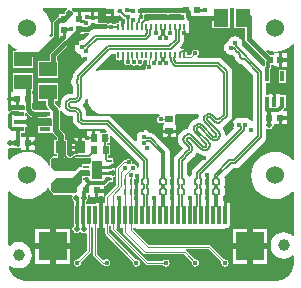
<source format=gtl>
G04*
G04 #@! TF.GenerationSoftware,Altium Limited,Altium Designer,20.0.13 (296)*
G04*
G04 Layer_Physical_Order=1*
G04 Layer_Color=255*
%FSLAX44Y44*%
%MOMM*%
G71*
G01*
G75*
%ADD13C,0.2000*%
%ADD15R,0.5000X0.2800*%
%ADD16R,0.9000X1.6000*%
%ADD18R,0.5500X0.6500*%
%ADD19R,0.6500X0.5500*%
%ADD20R,2.0000X0.8000*%
%ADD21R,0.2200X0.5000*%
%ADD22R,2.4000X2.4000*%
%ADD23R,0.3000X1.6000*%
%ADD24R,2.4000X2.4000*%
%ADD25R,1.3000X1.5000*%
%ADD26R,1.5000X1.3000*%
G04:AMPARAMS|DCode=27|XSize=0.2mm|YSize=0.565mm|CornerRadius=0.05mm|HoleSize=0mm|Usage=FLASHONLY|Rotation=180.000|XOffset=0mm|YOffset=0mm|HoleType=Round|Shape=RoundedRectangle|*
%AMROUNDEDRECTD27*
21,1,0.2000,0.4650,0,0,180.0*
21,1,0.1000,0.5650,0,0,180.0*
1,1,0.1000,-0.0500,0.2325*
1,1,0.1000,0.0500,0.2325*
1,1,0.1000,0.0500,-0.2325*
1,1,0.1000,-0.0500,-0.2325*
%
%ADD27ROUNDEDRECTD27*%
G04:AMPARAMS|DCode=28|XSize=0.4mm|YSize=0.565mm|CornerRadius=0.05mm|HoleSize=0mm|Usage=FLASHONLY|Rotation=180.000|XOffset=0mm|YOffset=0mm|HoleType=Round|Shape=RoundedRectangle|*
%AMROUNDEDRECTD28*
21,1,0.4000,0.4650,0,0,180.0*
21,1,0.3000,0.5650,0,0,180.0*
1,1,0.1000,-0.1500,0.2325*
1,1,0.1000,0.1500,0.2325*
1,1,0.1000,0.1500,-0.2325*
1,1,0.1000,-0.1500,-0.2325*
%
%ADD28ROUNDEDRECTD28*%
%ADD29R,0.6200X0.6200*%
%ADD30R,0.9000X1.0000*%
%ADD31R,0.4600X0.4200*%
%ADD32R,0.6200X0.6200*%
%ADD33R,0.4200X0.4600*%
%ADD57C,0.1270*%
%ADD58R,0.4000X0.9000*%
%ADD59R,0.9000X0.4000*%
%ADD60C,1.0000*%
%ADD61C,0.5000*%
%ADD62C,0.1016*%
%ADD63C,0.3810*%
%ADD64C,0.1020*%
%ADD65C,0.2540*%
%ADD66C,0.1040*%
%ADD67C,0.1500*%
%ADD68C,0.3000*%
%ADD69C,1.5240*%
%ADD70C,0.4100*%
%ADD71C,0.4000*%
%ADD72C,0.5080*%
%ADD73C,0.4064*%
G36*
X25650Y109650D02*
X27983D01*
Y108775D01*
X28208Y107641D01*
X28450Y107280D01*
X27771Y106010D01*
X-5245D01*
X-6014Y107280D01*
X-5865Y108029D01*
X-6053Y108971D01*
X-5775Y110241D01*
X-4732Y110788D01*
X12257D01*
X12685Y110502D01*
X13875Y110265D01*
X15065Y110502D01*
X15493Y110788D01*
X25650D01*
Y109650D01*
D02*
G37*
G36*
X-37940Y115426D02*
Y114645D01*
X-33100D01*
Y113375D01*
X-31830D01*
Y108735D01*
X-28260D01*
Y109344D01*
X-27172Y110202D01*
X-26710D01*
X-23725Y107216D01*
X-23725Y107216D01*
X-23063Y106774D01*
X-22436Y106649D01*
X-22023Y105730D01*
X-22022Y105727D01*
X-22429Y104943D01*
X-22616Y104740D01*
X-22730D01*
Y99700D01*
X-25270D01*
Y104740D01*
X-27640D01*
Y103200D01*
X-30100D01*
Y102137D01*
X-32009D01*
X-32051Y102199D01*
X-33060Y102873D01*
X-34250Y103110D01*
X-35440Y102873D01*
X-36449Y102199D01*
X-36845Y102590D01*
X-36845Y102590D01*
X-37806Y103232D01*
X-38939Y103458D01*
X-44961D01*
Y106392D01*
X-49601D01*
Y107662D01*
X-50871D01*
Y112502D01*
X-54241D01*
Y112463D01*
X-55460Y112340D01*
Y112340D01*
X-59830D01*
Y106700D01*
X-62370D01*
Y112340D01*
X-65825D01*
X-65888Y112659D01*
X-66670Y113830D01*
X-67158Y114156D01*
X-66773Y115426D01*
X-37940D01*
D02*
G37*
G36*
X70315Y115426D02*
Y99238D01*
X79448D01*
Y89869D01*
X79674Y88735D01*
X80316Y87774D01*
X96275Y71815D01*
Y70550D01*
X96226Y70304D01*
Y67127D01*
X95145Y66412D01*
X94886Y66412D01*
X76829Y84469D01*
X77094Y85803D01*
X76640Y88090D01*
X75344Y90028D01*
X73406Y91323D01*
X71120Y91778D01*
X68833Y91323D01*
X66895Y90028D01*
X65600Y88090D01*
X65530Y87742D01*
X65182Y87673D01*
X63244Y86377D01*
X61949Y84439D01*
X61494Y82153D01*
X61949Y79866D01*
X63244Y77928D01*
X65182Y76633D01*
X67469Y76178D01*
X68803Y76443D01*
X69596Y75650D01*
X70981Y74265D01*
X71258Y72877D01*
X72268Y71365D01*
X72268Y71365D01*
X73167Y70468D01*
X73881Y69752D01*
X73881Y69752D01*
X75393Y68742D01*
X76781Y68466D01*
X86227Y59019D01*
Y20313D01*
X84957Y19928D01*
X84007Y21350D01*
X82069Y22645D01*
X79782Y23100D01*
X77496Y22645D01*
X77232Y22469D01*
X76968Y22645D01*
X74682Y23100D01*
X72396Y22645D01*
X70457Y21350D01*
X69162Y19411D01*
X68707Y17125D01*
X69162Y14839D01*
X69813Y13865D01*
X63774Y7826D01*
X62606Y8454D01*
X62350Y10404D01*
X61480Y12505D01*
X61071Y13038D01*
X60526Y13852D01*
X60467Y14398D01*
X60614Y15139D01*
X60842Y15375D01*
X61671Y16012D01*
X62516Y16653D01*
X62629Y16724D01*
X62641Y16728D01*
X62645Y16734D01*
X62645Y16753D01*
X67176Y21284D01*
X68159Y22754D01*
X68504Y24489D01*
X68504Y24489D01*
Y26446D01*
Y62153D01*
X68504Y62153D01*
X68159Y63888D01*
X67176Y65358D01*
X67176Y65358D01*
X60013Y72521D01*
X58543Y73504D01*
X56808Y73849D01*
X39264D01*
X38879Y75119D01*
X39564Y75576D01*
X40238Y76585D01*
X40474Y77775D01*
X40238Y78965D01*
X39564Y79974D01*
X38555Y80648D01*
X37365Y80885D01*
X36175Y80648D01*
X35166Y79974D01*
X34492Y78965D01*
X34255Y77775D01*
X34387Y77109D01*
X33159Y75881D01*
X30100D01*
Y79200D01*
X27640D01*
Y80740D01*
X24910D01*
Y82010D01*
X24910D01*
X24520Y82952D01*
X26348Y84780D01*
X27330Y86250D01*
X27675Y87984D01*
Y93390D01*
X28910D01*
Y94660D01*
X31640D01*
Y103549D01*
X31974Y104750D01*
X32895Y104776D01*
X51315D01*
Y99238D01*
X66315D01*
Y115426D01*
X70315D01*
D02*
G37*
G36*
X-71672Y115426D02*
X-71287Y114156D01*
X-71775Y113830D01*
X-72557Y112659D01*
X-72738Y111751D01*
X-73789Y110700D01*
X-77800D01*
Y108367D01*
X-77840D01*
X-78973Y108141D01*
X-79934Y107499D01*
X-82537Y104897D01*
X-83179Y103936D01*
X-83404Y102802D01*
Y92884D01*
X-85086Y91203D01*
X-86209Y91876D01*
X-85240Y95070D01*
X-84853Y99000D01*
X-85240Y102930D01*
X-86387Y106710D01*
X-88248Y110193D01*
X-90754Y113246D01*
X-91953Y114230D01*
X-91525Y115426D01*
X-71672Y115426D01*
D02*
G37*
G36*
X-72430Y91337D02*
X-72202Y90787D01*
X-85213Y77776D01*
X-85855Y76815D01*
X-86081Y75681D01*
Y71300D01*
X-96200D01*
Y56300D01*
X-79200D01*
Y71300D01*
X-80157D01*
Y74454D01*
X-61011Y93600D01*
X-57000D01*
Y94788D01*
X-53173D01*
X-52828Y94857D01*
X-52202Y93686D01*
X-57436Y88453D01*
X-58736Y88711D01*
X-61023Y88256D01*
X-62961Y86961D01*
X-64256Y85023D01*
X-64711Y82736D01*
X-64256Y80450D01*
X-62961Y78512D01*
X-61023Y77216D01*
X-60712Y77155D01*
X-60649Y76840D01*
X-59354Y74902D01*
X-57416Y73607D01*
X-55129Y73152D01*
X-54857Y73206D01*
X-54231Y72036D01*
X-64101Y62166D01*
X-64101Y62166D01*
X-64739Y61528D01*
X-65215Y60816D01*
X-65699Y60111D01*
X-65732Y60060D01*
X-65774Y59998D01*
X-65995Y58886D01*
X-66218Y57768D01*
X-66218D01*
X-66760Y56722D01*
X-67245Y55996D01*
X-67639Y54014D01*
X-67639D01*
Y52747D01*
X-67639D01*
X-67245Y50766D01*
X-66193Y49191D01*
Y43071D01*
X-67630D01*
X-67736Y43050D01*
X-70049Y42746D01*
X-72303Y41812D01*
X-74239Y40327D01*
X-75724Y38391D01*
X-76658Y36137D01*
X-76976Y33718D01*
X-76752Y32017D01*
X-77867Y31541D01*
X-77970Y31539D01*
X-81638Y35207D01*
Y37300D01*
X-79200D01*
Y52300D01*
X-96200D01*
Y37300D01*
X-88775D01*
Y33729D01*
X-88504Y32363D01*
X-87730Y31206D01*
X-86798Y30273D01*
X-87284Y29100D01*
X-95800D01*
Y29062D01*
X-99074D01*
X-101238Y31226D01*
Y35000D01*
X-100100D01*
Y43200D01*
X-101238D01*
Y45800D01*
X-99800D01*
Y60800D01*
X-116800D01*
Y45800D01*
X-117307Y44740D01*
X-118840D01*
Y40370D01*
X-113200D01*
Y39100D01*
X-111930D01*
Y33460D01*
X-107560D01*
X-107162Y32355D01*
Y29999D01*
X-107900Y29100D01*
X-112554D01*
X-112800Y29149D01*
X-117543D01*
X-117789Y29100D01*
X-117800D01*
Y29098D01*
X-118518Y28955D01*
X-119345Y28402D01*
X-119845Y27902D01*
X-121115Y28428D01*
X-121115Y85147D01*
X-119920Y85575D01*
X-119246Y84754D01*
X-116193Y82248D01*
X-113988Y81070D01*
X-114306Y79800D01*
X-116800D01*
Y64800D01*
X-99800D01*
Y73933D01*
X-95205D01*
X-94072Y74159D01*
X-93111Y74801D01*
X-78348Y89563D01*
X-77706Y90524D01*
X-77481Y91657D01*
Y91960D01*
X-74970D01*
Y97600D01*
X-72430D01*
Y91337D01*
D02*
G37*
G36*
X121116Y85147D02*
X121116Y-12147D01*
X119920Y-12575D01*
X119246Y-11754D01*
X116193Y-9248D01*
X112710Y-7387D01*
X108931Y-6240D01*
X105000Y-5853D01*
X101069Y-6240D01*
X97290Y-7387D01*
X93807Y-9248D01*
X90754Y-11754D01*
X88248Y-14807D01*
X86387Y-18290D01*
X85240Y-22069D01*
X84853Y-26000D01*
X85240Y-29931D01*
X86387Y-33710D01*
X88248Y-37193D01*
X90754Y-40246D01*
X93807Y-42752D01*
X97290Y-44613D01*
X101069Y-45760D01*
X105000Y-46147D01*
X108931Y-45760D01*
X112710Y-44613D01*
X116193Y-42752D01*
X119246Y-40246D01*
X119920Y-39425D01*
X121116Y-39853D01*
X121116Y-76345D01*
X119846Y-76867D01*
X117910Y-75382D01*
X115204Y-74261D01*
X112300Y-73879D01*
X109396Y-74261D01*
X106690Y-75382D01*
X104366Y-77166D01*
X102582Y-79489D01*
X101461Y-82196D01*
X101079Y-85100D01*
X101461Y-88004D01*
X102582Y-90710D01*
X104366Y-93034D01*
X106690Y-94818D01*
X109396Y-95939D01*
X112300Y-96321D01*
X115204Y-95939D01*
X117910Y-94818D01*
X119846Y-93333D01*
X121116Y-93855D01*
Y-100897D01*
X120496Y-104011D01*
X119281Y-106944D01*
X117518Y-109583D01*
X115273Y-111828D01*
X112634Y-113591D01*
X109701Y-114806D01*
X106587Y-115426D01*
X105000Y-115426D01*
X-105000Y-115426D01*
X-106587D01*
X-109701Y-114806D01*
X-112633Y-113591D01*
X-115273Y-111828D01*
X-117518Y-109583D01*
X-119281Y-106944D01*
X-120496Y-104011D01*
X-120772Y-102622D01*
X-119620Y-101906D01*
X-117910Y-103218D01*
X-115204Y-104339D01*
X-112300Y-104721D01*
X-109396Y-104339D01*
X-106690Y-103218D01*
X-104366Y-101434D01*
X-102582Y-99110D01*
X-101461Y-96404D01*
X-101079Y-93500D01*
X-101461Y-90596D01*
X-102582Y-87889D01*
X-104366Y-85566D01*
X-106690Y-83782D01*
X-109396Y-82661D01*
X-112300Y-82279D01*
X-115204Y-82661D01*
X-117910Y-83782D01*
X-119845Y-85267D01*
X-121115Y-84745D01*
X-121115Y-39853D01*
X-119920Y-39425D01*
X-119246Y-40246D01*
X-116193Y-42752D01*
X-112710Y-44613D01*
X-108931Y-45760D01*
X-105000Y-46147D01*
X-101069Y-45760D01*
X-97290Y-44613D01*
X-93807Y-42752D01*
X-90754Y-40246D01*
X-88248Y-37193D01*
X-87552Y-35891D01*
X-86282Y-36209D01*
Y-37900D01*
X-85965Y-38665D01*
X-85965Y-38665D01*
X-82765Y-41865D01*
X-82000Y-42182D01*
X-67235Y-42182D01*
X-66556Y-43453D01*
X-66582Y-43491D01*
X-66857Y-44873D01*
X-66582Y-46254D01*
X-65800Y-47425D01*
X-65048Y-47927D01*
Y-58245D01*
X-65000Y-58488D01*
Y-68218D01*
X-65590Y-68613D01*
X-66373Y-69784D01*
X-66648Y-71165D01*
X-66373Y-72546D01*
X-65590Y-73717D01*
X-64419Y-74500D01*
X-63038Y-74774D01*
X-61657Y-74500D01*
X-61063Y-74103D01*
X-59652Y-73929D01*
X-58481Y-74712D01*
X-57099Y-74986D01*
X-55718Y-74712D01*
X-55404Y-74502D01*
X-54134Y-75181D01*
Y-89323D01*
X-61834Y-97023D01*
X-62500Y-96890D01*
X-63690Y-97127D01*
X-64699Y-97801D01*
X-65373Y-98810D01*
X-65610Y-100000D01*
X-65373Y-101190D01*
X-64699Y-102199D01*
X-63690Y-102873D01*
X-62500Y-103110D01*
X-61310Y-102873D01*
X-60301Y-102199D01*
X-59627Y-101190D01*
X-59390Y-100000D01*
X-59523Y-99334D01*
X-51344Y-91156D01*
X-50866Y-90000D01*
Y-69443D01*
X-50592Y-69179D01*
X-50295D01*
X-49134Y-70335D01*
Y-93295D01*
X-48656Y-94451D01*
X-42206Y-100901D01*
X-41050Y-101380D01*
X-40331D01*
X-39953Y-101944D01*
X-38945Y-102618D01*
X-37755Y-102855D01*
X-36565Y-102618D01*
X-35556Y-101944D01*
X-34882Y-100935D01*
X-34645Y-99745D01*
X-34882Y-98555D01*
X-35556Y-97547D01*
X-36565Y-96872D01*
X-37755Y-96636D01*
X-38945Y-96872D01*
X-39953Y-97547D01*
X-41263Y-97221D01*
X-45866Y-92619D01*
Y-70050D01*
X-43770D01*
Y-59510D01*
Y-48970D01*
X-46540D01*
Y-50510D01*
X-48730D01*
X-50000Y-50510D01*
Y-50510D01*
X-50000D01*
Y-50510D01*
X-55000D01*
X-55470Y-49435D01*
Y-47937D01*
X-54705Y-47425D01*
X-53923Y-46255D01*
X-53648Y-44873D01*
X-53823Y-43995D01*
X-53130Y-42892D01*
X-52908Y-42725D01*
X-51640D01*
Y-44265D01*
X-47270D01*
Y-38625D01*
X-46000D01*
Y-37355D01*
X-40360D01*
Y-34949D01*
X-39775D01*
X-38800Y-34755D01*
X-37973Y-34202D01*
X-35198Y-31427D01*
X-34979Y-31100D01*
X-32500D01*
Y-27640D01*
X-30960D01*
Y-24970D01*
X-36000D01*
Y-22430D01*
X-30960D01*
Y-19970D01*
X-36000D01*
Y-17430D01*
X-30960D01*
Y-14760D01*
X-32500D01*
Y-11300D01*
X-36676D01*
Y-8915D01*
X-34711D01*
Y-415D01*
X-36983D01*
Y1625D01*
X-35018D01*
Y5478D01*
X-34983Y5650D01*
X-35018Y5823D01*
Y7047D01*
X-33844Y7533D01*
X-10675Y-15637D01*
Y-19094D01*
X-11945Y-19219D01*
X-12126Y-18309D01*
X-12800Y-17300D01*
X-13809Y-16626D01*
X-14999Y-16389D01*
X-15099Y-16409D01*
X-16093Y-15312D01*
X-15990Y-14796D01*
X-16227Y-13606D01*
X-16901Y-12597D01*
X-17910Y-11923D01*
X-19100Y-11686D01*
X-20290Y-11923D01*
X-21299Y-12597D01*
X-21676Y-13161D01*
X-22775D01*
X-23931Y-13640D01*
X-29136Y-18845D01*
X-29615Y-20000D01*
Y-34141D01*
X-38215Y-42741D01*
X-38694Y-43897D01*
Y-48970D01*
X-41230D01*
Y-59510D01*
Y-70050D01*
X-39134D01*
Y-75000D01*
X-38656Y-76156D01*
X-15477Y-99334D01*
X-15610Y-100000D01*
X-15373Y-101190D01*
X-14699Y-102199D01*
X-13690Y-102873D01*
X-12500Y-103110D01*
X-11310Y-102873D01*
X-10301Y-102199D01*
X-9627Y-101190D01*
X-9390Y-100000D01*
X-9627Y-98810D01*
X-10301Y-97801D01*
X-11310Y-97127D01*
X-12500Y-96890D01*
X-13166Y-97023D01*
X-35865Y-74323D01*
Y-68510D01*
X-34134D01*
Y-71000D01*
X-33656Y-72156D01*
X-4656Y-101156D01*
X-3500Y-101634D01*
X9924D01*
X10301Y-102199D01*
X11310Y-102873D01*
X12500Y-103110D01*
X13690Y-102873D01*
X14699Y-102199D01*
X15373Y-101190D01*
X15610Y-100000D01*
X15373Y-98810D01*
X14699Y-97801D01*
X13690Y-97127D01*
X12500Y-96890D01*
X11310Y-97127D01*
X10301Y-97801D01*
X9924Y-98366D01*
X-2823D01*
X-29869Y-71320D01*
X-29343Y-70050D01*
X-28770D01*
Y-59510D01*
X-26230D01*
Y-70050D01*
X-24134D01*
Y-73750D01*
X-23656Y-74906D01*
X-6281Y-92281D01*
X-5125Y-92759D01*
X27948D01*
X34523Y-99334D01*
X34390Y-100000D01*
X34627Y-101190D01*
X35301Y-102199D01*
X36310Y-102873D01*
X37500Y-103110D01*
X38690Y-102873D01*
X39699Y-102199D01*
X40373Y-101190D01*
X40610Y-100000D01*
X40373Y-98810D01*
X39699Y-97801D01*
X38690Y-97127D01*
X37500Y-96890D01*
X36834Y-97023D01*
X29781Y-89969D01*
X29322Y-89779D01*
X29575Y-88509D01*
X48698D01*
X59523Y-99334D01*
X59390Y-100000D01*
X59627Y-101190D01*
X60301Y-102199D01*
X61310Y-102873D01*
X62500Y-103110D01*
X63690Y-102873D01*
X64699Y-102199D01*
X65373Y-101190D01*
X65610Y-100000D01*
X65373Y-98810D01*
X64699Y-97801D01*
X63690Y-97127D01*
X62500Y-96890D01*
X61834Y-97023D01*
X50531Y-85719D01*
X49375Y-85241D01*
X-1729D01*
X-15443Y-71527D01*
Y-70050D01*
X-12810D01*
Y-71320D01*
X62810D01*
Y-70050D01*
X66540D01*
Y-48970D01*
X62810D01*
Y-47700D01*
X60675D01*
Y-45605D01*
X60675Y-45605D01*
X60675Y-45605D01*
Y-45371D01*
X61107Y-45082D01*
X62060Y-43657D01*
X62394Y-41975D01*
Y-37325D01*
X62060Y-35643D01*
X61947Y-35475D01*
X62060Y-35307D01*
X62394Y-33625D01*
Y-28975D01*
X62060Y-27293D01*
X61894Y-27046D01*
X69071Y-19869D01*
X71378D01*
X73113Y-19524D01*
X74583Y-18542D01*
X96250Y3125D01*
X97232Y4596D01*
X97577Y6330D01*
X97577Y6330D01*
Y13098D01*
X98543Y13614D01*
X98847Y13645D01*
X100125Y13391D01*
X101506Y13665D01*
X102677Y14448D01*
X103460Y15619D01*
X103734Y17000D01*
X103927Y17235D01*
X107855D01*
Y22875D01*
X109125D01*
Y24145D01*
X114765D01*
Y28515D01*
X111940D01*
X111454Y29688D01*
X112177Y30412D01*
X112403Y30750D01*
X113875D01*
Y41750D01*
X108915D01*
Y43290D01*
X105645D01*
Y36250D01*
X103105D01*
Y43290D01*
X99835D01*
Y41750D01*
X97577D01*
Y52750D01*
X100875D01*
Y58504D01*
X100924Y58750D01*
Y64241D01*
X101130Y64550D01*
X101324Y65525D01*
Y67804D01*
X103735D01*
Y66264D01*
X108105D01*
Y71904D01*
Y77544D01*
X103735D01*
Y76004D01*
X100464D01*
X97460Y79008D01*
X98133Y80131D01*
X101069Y79240D01*
X105000Y78853D01*
X108931Y79240D01*
X112710Y80387D01*
X116193Y82248D01*
X119246Y84754D01*
X119920Y85575D01*
X121116Y85147D01*
D02*
G37*
G36*
X-30100Y72200D02*
X-27640D01*
Y70660D01*
X-23340D01*
X-23087Y70353D01*
X-22851Y69163D01*
X-22176Y68154D01*
X-21168Y67480D01*
X-19978Y67243D01*
X-18788Y67480D01*
X-18409Y67733D01*
X-17059Y67998D01*
X-16050Y67324D01*
X-14860Y67087D01*
X-13670Y67324D01*
X-13224Y67622D01*
X-12305Y67893D01*
X-11385Y67622D01*
X-10940Y67324D01*
X-9750Y67087D01*
X-8559Y67324D01*
X-7551Y67998D01*
X-6877Y69007D01*
X-6640Y70197D01*
X-6786Y70930D01*
X-6008Y72200D01*
X-3686D01*
X-3571Y72028D01*
Y67870D01*
X-3737Y67759D01*
X-4411Y66750D01*
X-4648Y65560D01*
X-4508Y64855D01*
X-5298Y63585D01*
X-40985D01*
X-41360Y63510D01*
X-41743D01*
X-43675Y63126D01*
X-44028Y62979D01*
X-44404Y62905D01*
X-46223Y62151D01*
X-46334Y62077D01*
X-47134Y63014D01*
X-47158Y63057D01*
X-33534Y76682D01*
X-30100D01*
Y72200D01*
D02*
G37*
G36*
X-74239Y27110D02*
X-72303Y25625D01*
X-70049Y24691D01*
X-67736Y24386D01*
X-67630Y24365D01*
X-66193D01*
Y20477D01*
X-65848Y18743D01*
X-64866Y17273D01*
X-61929Y14337D01*
X-60459Y13354D01*
X-58725Y13009D01*
X-39321D01*
X-37610Y11299D01*
X-38096Y10125D01*
X-42518D01*
X-43478Y10874D01*
Y11665D01*
X-47498D01*
Y5875D01*
X-50037D01*
Y11665D01*
X-54058D01*
Y5540D01*
X-59130D01*
Y-2000D01*
X-60400D01*
Y-3270D01*
X-67440D01*
Y-8709D01*
X-67440Y-9336D01*
X-68485Y-10084D01*
X-69580Y-9866D01*
X-69664Y-9883D01*
X-70459Y-9087D01*
X-70900Y-8000D01*
X-70900Y-8000D01*
X-70900D01*
X-70900Y-8000D01*
Y4000D01*
X-72831D01*
Y7820D01*
X-73103Y9186D01*
X-73877Y10343D01*
X-76896Y13362D01*
Y28557D01*
X-76060Y28906D01*
X-75626Y28917D01*
X-74239Y27110D01*
D02*
G37*
G36*
X-102395Y24006D02*
X-101434Y23363D01*
X-100301Y23138D01*
X-95800D01*
Y23100D01*
X-84800D01*
X-84033Y22148D01*
Y17052D01*
X-84800Y16100D01*
X-85303Y16100D01*
X-95800D01*
Y10100D01*
X-84893D01*
X-84800Y10100D01*
X-83530Y10173D01*
X-82987Y9361D01*
X-79969Y6342D01*
Y4000D01*
X-81900D01*
Y-8000D01*
X-79969D01*
Y-9818D01*
X-83502D01*
X-83502Y-9818D01*
X-84267Y-10135D01*
X-85165Y-11033D01*
X-85482Y-11798D01*
X-85482Y-17287D01*
X-86752Y-17606D01*
X-88248Y-14807D01*
X-90754Y-11754D01*
X-93807Y-9248D01*
X-97290Y-7387D01*
X-101069Y-6240D01*
X-105000Y-5853D01*
X-108931Y-6240D01*
X-112710Y-7387D01*
X-116193Y-9248D01*
X-119246Y-11754D01*
X-119920Y-12575D01*
X-121115Y-12147D01*
Y-3381D01*
X-119845Y-2391D01*
X-119375Y-2484D01*
X-118745Y-2359D01*
X-117475Y-2975D01*
Y-2975D01*
X-110015D01*
Y-4515D01*
X-105645D01*
Y1125D01*
Y6765D01*
X-110015D01*
X-110551Y7813D01*
Y10100D01*
X-106800D01*
Y15060D01*
X-105260D01*
Y18330D01*
X-112300D01*
Y20870D01*
X-105260D01*
Y24140D01*
X-106800D01*
Y26614D01*
X-105530Y27140D01*
X-102395Y24006D01*
D02*
G37*
G36*
X-69832Y-10900D02*
X-69791Y-10927D01*
X-68410Y-11202D01*
X-67029Y-10927D01*
X-66988Y-10900D01*
X-51313Y-10900D01*
X-51293Y-15116D01*
X-52557Y-16300D01*
X-58500D01*
Y-18700D01*
X-60400Y-18700D01*
X-64300Y-22600D01*
X-81600Y-22600D01*
X-84400Y-19800D01*
X-84400Y-11798D01*
X-83502Y-10900D01*
X-69832Y-10900D01*
D02*
G37*
G36*
X-52100Y-22409D02*
Y-26300D01*
X-53351D01*
X-54100Y-26151D01*
X-55000D01*
X-55749Y-26300D01*
X-58500D01*
Y-31100D01*
X-58500Y-31100D01*
X-58500D01*
X-59222Y-32033D01*
X-63000Y-35811D01*
X-63000Y-39300D01*
X-64800Y-41100D01*
X-82000Y-41100D01*
X-85200Y-37900D01*
X-85200Y-32011D01*
X-81000Y-27811D01*
X-66800Y-27811D01*
X-60500Y-21511D01*
X-52998Y-21511D01*
X-52100Y-22409D01*
D02*
G37*
G36*
X40973Y-8003D02*
X43073Y-8872D01*
X45023Y-9129D01*
X45651Y-10297D01*
X35652Y-20296D01*
X34670Y-21766D01*
X34325Y-23501D01*
Y-25579D01*
X33893Y-25868D01*
X33206Y-26896D01*
X33111Y-26929D01*
X31889D01*
X31794Y-26896D01*
X31107Y-25868D01*
X30675Y-25579D01*
Y-15217D01*
X35836Y-10056D01*
X36743Y-9168D01*
X36749Y-9164D01*
X36762Y-9143D01*
X37415Y-8263D01*
X37592Y-8029D01*
X38102Y-7365D01*
X38265Y-7208D01*
X38445Y-7127D01*
X39650Y-6988D01*
X40973Y-8003D01*
D02*
G37*
G36*
X-53885Y38715D02*
X-53810Y38340D01*
Y37957D01*
X-53426Y36025D01*
X-53279Y35672D01*
X-53205Y35296D01*
X-52451Y33477D01*
X-52238Y33159D01*
X-52092Y32805D01*
X-50998Y31167D01*
X-50727Y30897D01*
X-50514Y30579D01*
X-49121Y29186D01*
X-48803Y28973D01*
X-48533Y28703D01*
X-46895Y27608D01*
X-46542Y27462D01*
X-46223Y27249D01*
X-44404Y26495D01*
X-44028Y26421D01*
X-43675Y26274D01*
X-41743Y25890D01*
X-41360D01*
X-40985Y25815D01*
X6923D01*
X7048Y24545D01*
X6810Y24498D01*
X5801Y23824D01*
X5127Y22815D01*
X4890Y21625D01*
X5127Y20435D01*
X5801Y19426D01*
X6810Y18752D01*
X8000Y18515D01*
X9190Y18752D01*
X9640Y19052D01*
X10896Y18539D01*
X10960Y17995D01*
X10032Y16915D01*
X9710D01*
Y12895D01*
X21290D01*
Y16915D01*
X20498D01*
X19750Y17875D01*
X19750Y18185D01*
X19750Y25375D01*
X20838Y25815D01*
X39797D01*
X40503Y24759D01*
X40293Y24252D01*
X40007Y22083D01*
X37837Y21797D01*
X35737Y20927D01*
X33934Y19543D01*
X32550Y17740D01*
X31680Y15640D01*
X31395Y13470D01*
X29225Y13184D01*
X27125Y12315D01*
X25321Y10931D01*
X23937Y9127D01*
X23068Y7027D01*
X22771Y4774D01*
X23068Y2520D01*
X23937Y420D01*
X25206Y-1233D01*
X25312Y-1392D01*
X26880Y-2960D01*
X21983Y-7858D01*
X21983Y-7858D01*
X20652Y-9188D01*
X19670Y-10659D01*
X19325Y-12393D01*
Y-25579D01*
X18893Y-25868D01*
X18887Y-25875D01*
X18770D01*
Y-26050D01*
X17940Y-27293D01*
X17605Y-28975D01*
Y-31300D01*
X17395D01*
Y-28975D01*
X17061Y-27293D01*
X16230Y-26050D01*
Y-25875D01*
X16113D01*
X16107Y-25868D01*
X15675Y-25579D01*
Y-5785D01*
X15330Y-4051D01*
X14348Y-2580D01*
X12617Y-850D01*
X12617Y-850D01*
X3188Y8580D01*
X1717Y9562D01*
X-17Y9907D01*
X-1415D01*
X-2150Y11007D01*
X-4089Y12302D01*
X-6375Y12757D01*
X-8661Y12302D01*
X-10600Y11007D01*
X-11895Y9068D01*
X-12350Y6782D01*
X-11895Y4496D01*
X-12222Y3596D01*
X-13526Y3266D01*
X-33292Y23032D01*
X-34762Y24014D01*
X-36497Y24359D01*
X-54843D01*
Y26362D01*
X-54864Y26468D01*
X-55168Y28781D01*
X-56102Y31035D01*
X-57536Y32904D01*
X-57734Y33270D01*
Y34167D01*
X-57536Y34532D01*
X-56102Y36401D01*
X-55168Y38656D01*
X-55155Y38761D01*
X-53885Y38715D01*
D02*
G37*
%LPC*%
G36*
X-44961Y112502D02*
X-48331D01*
Y108932D01*
X-44961D01*
Y112502D01*
D02*
G37*
G36*
X-34370Y112105D02*
X-37940D01*
Y108735D01*
X-34370D01*
Y112105D01*
D02*
G37*
G36*
X-114470Y37830D02*
X-118840D01*
Y33460D01*
X-114470D01*
Y37830D01*
D02*
G37*
G36*
X115015Y77544D02*
X110645D01*
Y73174D01*
X115015D01*
Y77544D01*
D02*
G37*
G36*
Y70634D02*
X110645D01*
Y66264D01*
X115015D01*
Y70634D01*
D02*
G37*
G36*
X113875Y63750D02*
X107875D01*
Y52750D01*
X113875D01*
Y63750D01*
D02*
G37*
G36*
X114765Y21605D02*
X110395D01*
Y17235D01*
X114765D01*
Y21605D01*
D02*
G37*
G36*
X-40360Y-39895D02*
X-44730D01*
Y-44265D01*
X-40360D01*
Y-39895D01*
D02*
G37*
G36*
X98040Y-71470D02*
X84770D01*
Y-84740D01*
X98040D01*
Y-71470D01*
D02*
G37*
G36*
X82230D02*
X68960D01*
Y-84740D01*
X82230D01*
Y-71470D01*
D02*
G37*
G36*
X-68960Y-71470D02*
X-82230D01*
Y-84740D01*
X-68960D01*
Y-71470D01*
D02*
G37*
G36*
X-84770D02*
X-98040D01*
Y-84740D01*
X-84770D01*
Y-71470D01*
D02*
G37*
G36*
X98040Y-87280D02*
X84770D01*
Y-100550D01*
X98040D01*
Y-87280D01*
D02*
G37*
G36*
X82230D02*
X68960D01*
Y-100550D01*
X82230D01*
Y-87280D01*
D02*
G37*
G36*
X-68960Y-87280D02*
X-82230D01*
Y-100550D01*
X-68960D01*
Y-87280D01*
D02*
G37*
G36*
X-84770D02*
X-98040D01*
Y-100550D01*
X-84770D01*
Y-87280D01*
D02*
G37*
G36*
X-61670Y5540D02*
X-67440D01*
Y-730D01*
X-61670D01*
Y5540D01*
D02*
G37*
G36*
X-103105Y6765D02*
Y2395D01*
X-98735D01*
Y6765D01*
X-103105D01*
D02*
G37*
G36*
X-98735Y-145D02*
X-103105D01*
Y-4515D01*
X-98735D01*
Y-145D01*
D02*
G37*
G36*
X21290Y10355D02*
X16770D01*
Y6335D01*
X21290D01*
Y10355D01*
D02*
G37*
G36*
X14230D02*
X9710D01*
Y6335D01*
X14230D01*
Y10355D01*
D02*
G37*
%LPD*%
D13*
X-25866Y112241D02*
X-22283Y108658D01*
X-24175Y104224D02*
X-24088Y104136D01*
X-12000Y99700D02*
Y102976D01*
X-22283Y108658D02*
X-20622D01*
X-27172Y112241D02*
X-25866D01*
X-12000Y102976D02*
X-10675Y104301D01*
X-16000Y104704D02*
X-14998Y105706D01*
X-16000Y99700D02*
Y104704D01*
X-38541Y100098D02*
X-28100D01*
X-54461Y5875D02*
X-48768D01*
X-24088Y99788D02*
X-24000Y99700D01*
X-24088Y99788D02*
Y104136D01*
X-19651Y108256D02*
X-19625Y108230D01*
Y102261D02*
Y108230D01*
X-27813Y113696D02*
X-26713Y112596D01*
X-20125Y108078D02*
Y108161D01*
X-20622Y108658D02*
X-20125Y108161D01*
X-20000Y99700D02*
X-19900Y99800D01*
Y101986D01*
X-19625Y102261D01*
X-10675Y104301D02*
Y107404D01*
X-8975Y107825D02*
Y111575D01*
X-8295Y112255D01*
X-24100Y71899D02*
Y75600D01*
X-25078Y70921D02*
X-24100Y71899D01*
X-25078Y70353D02*
Y70921D01*
X-20000Y70375D02*
Y75700D01*
Y70375D02*
X-19978Y70353D01*
X-24100Y75600D02*
X-24000Y75700D01*
X-38939Y100496D02*
X-38541Y100098D01*
X-28100D02*
X-28000Y99998D01*
Y99700D02*
Y99998D01*
D15*
X-55000Y-13700D02*
D03*
Y-18700D02*
D03*
Y-23700D02*
D03*
Y-28700D02*
D03*
X-36000Y-13700D02*
D03*
Y-18700D02*
D03*
Y-23700D02*
D03*
Y-28700D02*
D03*
D16*
X-45500Y-21200D02*
D03*
D18*
X-38768Y5875D02*
D03*
X-48768D02*
D03*
X-48461Y-4665D02*
D03*
X-38461D02*
D03*
D19*
X15500Y11625D02*
D03*
Y21625D02*
D03*
D20*
X-73100Y-15500D02*
D03*
Y-35500D02*
D03*
D21*
X8000Y99700D02*
D03*
X12000D02*
D03*
X28000Y75700D02*
D03*
X24000D02*
D03*
X20000D02*
D03*
X16000D02*
D03*
X12000D02*
D03*
X8000D02*
D03*
X4000D02*
D03*
X0D02*
D03*
X-4000D02*
D03*
X-8000D02*
D03*
X-12000D02*
D03*
X-16000D02*
D03*
X-20000D02*
D03*
X-24000D02*
D03*
X-28000D02*
D03*
Y99700D02*
D03*
X-24000D02*
D03*
X-20000D02*
D03*
X-16000D02*
D03*
X-12000D02*
D03*
X-8000D02*
D03*
X-4000D02*
D03*
X0D02*
D03*
X4000D02*
D03*
X16000D02*
D03*
X20000D02*
D03*
X24000D02*
D03*
X28000D02*
D03*
D22*
X83500Y-86010D02*
D03*
D23*
X57500Y-59510D02*
D03*
X62500D02*
D03*
X37500D02*
D03*
X42500D02*
D03*
X47500D02*
D03*
X52500D02*
D03*
X-2500D02*
D03*
X-62500D02*
D03*
X-57500D02*
D03*
X-52500D02*
D03*
X-47500D02*
D03*
X-42500D02*
D03*
X-37500D02*
D03*
X-32500D02*
D03*
X-27500D02*
D03*
X-22500D02*
D03*
X-17500D02*
D03*
X-12500D02*
D03*
X-7500D02*
D03*
X2500D02*
D03*
X7500D02*
D03*
X12500D02*
D03*
X17500D02*
D03*
X22500D02*
D03*
X27500D02*
D03*
X32500D02*
D03*
D24*
X-83500Y-86010D02*
D03*
D25*
X77815Y107738D02*
D03*
X58815D02*
D03*
D26*
X-108300Y53300D02*
D03*
Y72300D02*
D03*
X-87700Y44800D02*
D03*
Y63800D02*
D03*
D27*
X-2500Y-39650D02*
D03*
X-7500D02*
D03*
X-17500D02*
D03*
X-22500D02*
D03*
Y-31300D02*
D03*
X-17500D02*
D03*
X-7500D02*
D03*
X-2500D02*
D03*
X27500Y-39650D02*
D03*
X22500D02*
D03*
X12500D02*
D03*
X7500D02*
D03*
Y-31300D02*
D03*
X12500D02*
D03*
X22500D02*
D03*
X27500D02*
D03*
X57500Y-39650D02*
D03*
X52500D02*
D03*
X42500D02*
D03*
X37500D02*
D03*
Y-31300D02*
D03*
X42500D02*
D03*
X52500D02*
D03*
X57500D02*
D03*
D28*
X-12500Y-39650D02*
D03*
Y-31300D02*
D03*
X17500Y-39650D02*
D03*
Y-31300D02*
D03*
X47500Y-39650D02*
D03*
Y-31300D02*
D03*
D29*
X109375Y71904D02*
D03*
X100375D02*
D03*
X109125Y22875D02*
D03*
X100125D02*
D03*
X-46000Y-38625D02*
D03*
X-55000D02*
D03*
X-113200Y39100D02*
D03*
X-104200D02*
D03*
X-104375Y1125D02*
D03*
X-113375D02*
D03*
X38750Y113750D02*
D03*
X29750D02*
D03*
D30*
X-60400Y-2000D02*
D03*
X-76400D02*
D03*
D31*
X-15675Y113341D02*
D03*
X-9075D02*
D03*
X-33100Y113375D02*
D03*
X-26500D02*
D03*
D32*
X-73700Y97600D02*
D03*
Y106600D02*
D03*
X-61100Y106700D02*
D03*
Y97700D02*
D03*
D33*
X-49601Y107662D02*
D03*
Y101062D02*
D03*
D57*
X-64196Y38539D02*
X-62403Y39282D01*
X-61661Y41074D01*
X-67630Y38539D02*
X-70041Y37894D01*
X-71805Y36129D01*
X-72451Y33718D01*
X-71805Y31308D01*
X-70041Y29543D01*
X-67630Y28897D01*
X-61661Y26362D02*
X-62403Y28155D01*
X-64196Y28897D01*
X-61661Y50934D02*
X-62457Y52112D01*
X-63095Y52747D02*
X-62461Y52114D01*
Y54648D02*
X-63095Y54014D01*
X-62461Y54648D02*
X-61661Y55835D01*
X-61558Y58269D02*
X-61661Y57768D01*
X-64196Y36253D02*
X-61785Y36899D01*
X-60021Y38664D01*
X-59375Y41074D01*
X-67630Y36253D02*
X-69826Y34986D01*
Y32451D01*
X-67630Y31183D01*
X-59375Y26362D02*
X-60021Y28773D01*
X-61785Y30538D01*
X-64196Y31183D01*
X75475Y74750D02*
X75306Y76350D01*
X75474Y74750D02*
Y74571D01*
X77087Y72959D02*
X77266D01*
X78866Y72790D02*
X77266Y72959D01*
X59404Y19921D02*
X59405Y19922D01*
X53468Y19924D02*
X55348Y18833D01*
X57523Y18832D01*
X59404Y19921D01*
X50054Y23338D02*
X50058Y23335D01*
X47365Y20647D02*
X47362Y20651D01*
X50054Y23338D02*
X47360Y23345D01*
X47362Y20651D01*
X41442Y14725D02*
X38747Y14733D01*
X38749Y12038D01*
X41442Y14725D02*
X41445Y14722D01*
X38753Y12035D02*
X38749Y12038D01*
X32829Y6113D02*
X32832Y6109D01*
X50978Y5189D02*
X53184Y4031D01*
X55658Y4332D01*
X57523Y5985D01*
X58119Y8404D01*
X57235Y10734D01*
X42365Y-3423D02*
X44572Y-4581D01*
X47045Y-4281D01*
X48911Y-2628D01*
X49507Y-208D01*
X48622Y2122D01*
X33556Y-5927D02*
X34644Y-4047D01*
Y-1874D01*
X33556Y7D01*
X33555Y8D01*
Y-5928D02*
X33556Y-5927D01*
X32829Y6113D02*
X30135Y6120D01*
X30137Y3426D01*
X30140Y3422D02*
X30137Y3426D01*
X57789Y21539D02*
X57787Y21537D01*
X55089Y21536D02*
X57787Y21537D01*
X55089Y21536D02*
X55087Y21538D01*
X55275Y9505D02*
X55278Y9502D01*
X52591Y6809D02*
X55285Y6807D01*
X55278Y9502D01*
X51287Y25295D02*
X48957Y26179D01*
X46537Y25583D01*
X44885Y23718D01*
X44584Y21244D01*
X45742Y19037D01*
X42674Y16682D02*
X40345Y17566D01*
X37925Y16970D01*
X36272Y15105D01*
X35972Y12631D01*
X37130Y10425D01*
X52591Y6809D02*
X52587Y6812D01*
X34062Y8070D02*
X31732Y8954D01*
X29312Y8358D01*
X27660Y6493D01*
X27359Y4019D01*
X28517Y1812D01*
X46662Y892D02*
X46665Y889D01*
X43978Y-1804D02*
X46673Y-1805D01*
X46665Y889D01*
X31938Y-1609D02*
X31940Y-1611D01*
X43978Y-1804D02*
X43975Y-1800D01*
X31947Y-4303D02*
X31940Y-1611D01*
X31947Y-4303D02*
X31943Y-4307D01*
X31940Y-4310D02*
X31943Y-4307D01*
X31940Y-4310D02*
X31938Y-4312D01*
X30477Y79835D02*
X31479Y78833D01*
X32150D01*
X-7535Y100165D02*
Y103340D01*
X-7662Y100038D02*
X-7535Y100165D01*
Y103340D02*
X-4058Y106817D01*
X4000Y94625D02*
Y99700D01*
X0Y98300D02*
Y99700D01*
X-857Y93369D02*
Y97443D01*
X0Y98300D01*
X-46282Y89964D02*
X-4262D01*
X-857Y93369D01*
X-54598Y81648D02*
X-46282Y89964D01*
X-54598Y79662D02*
Y81648D01*
X-4000Y98300D02*
Y99700D01*
X-3143Y94316D02*
Y97443D01*
X-4000Y98300D02*
X-3143Y97443D01*
X-47229Y92250D02*
X-5209D01*
X-3143Y94316D01*
X-56213Y83266D02*
X-47229Y92250D01*
X-58207Y83266D02*
X-56213D01*
X-58736Y82736D02*
X-58207Y83266D01*
X-4216Y3089D02*
X-964D01*
X8857Y-6732D01*
X-6375Y6782D02*
X-5623D01*
X9413Y-4055D02*
X9413D01*
X-6375Y1682D02*
X-5623D01*
X-4216Y5375D02*
X-17D01*
X9413Y-4055D02*
X11143Y-5785D01*
X-5623Y1682D02*
X-4216Y3089D01*
X-5623Y6782D02*
X-4216Y5375D01*
X-17D02*
X9413Y-4055D01*
X-6143Y-46827D02*
Y-45055D01*
Y-46827D02*
X-6143Y-46827D01*
Y-51653D02*
Y-46827D01*
X-7500Y-53010D02*
X-6143Y-51653D01*
X-61661Y20477D02*
X-58725Y17541D01*
X-7500Y-41475D02*
X-7135Y-41840D01*
X-7500Y-33125D02*
X-7135Y-33490D01*
X-7500Y-41475D02*
Y-39650D01*
Y-37825D01*
X-7135Y-41840D02*
X-6887D01*
X-7500Y-37825D02*
X-7135Y-37460D01*
X-7500Y-29475D02*
X-7135Y-29110D01*
X-6887Y-41840D02*
X-6143Y-42584D01*
Y-45055D02*
Y-42584D01*
X-7135Y-37460D02*
X-6887D01*
X-6143Y-36716D01*
X-6887Y-33490D02*
X-6143Y-34234D01*
Y-45055D02*
X-6143Y-45055D01*
X-6143Y-36716D02*
Y-34234D01*
X-7135Y-29110D02*
X-6887D01*
X-7135Y-33490D02*
X-6887D01*
Y-29110D02*
X-6143Y-28366D01*
X-7500Y-33125D02*
Y-31300D01*
Y-29475D01*
X-61661Y20477D02*
Y20769D01*
X-7500Y-58457D02*
Y-53010D01*
X-58725Y17541D02*
X-37444D01*
X-6143Y-13759D01*
Y-28366D02*
Y-13759D01*
X-36358Y83500D02*
X15426D01*
X20857Y88931D01*
Y97443D01*
X20000Y98300D02*
X20857Y97443D01*
X-61661Y41074D02*
Y50209D01*
X-67630Y38539D02*
X-64196D01*
X-67630Y28897D02*
X-64196D01*
X-61661Y20769D02*
Y26362D01*
X-60897Y58961D02*
X-36358Y83500D01*
X-61661Y50209D02*
Y50934D01*
X-62461Y52114D02*
X-62457Y52112D01*
X-63095Y52747D02*
Y54014D01*
X-62461Y54648D02*
X-62461D01*
X-61661Y55835D02*
Y57768D01*
X-61558Y58269D02*
X-61535Y58323D01*
X-60897Y58961D01*
X-3857Y-28366D02*
Y-12812D01*
Y-44108D02*
Y-42584D01*
Y-36716D02*
Y-34234D01*
X-58720Y20769D02*
X-57778Y19827D01*
X-36497D02*
X-3857Y-12812D01*
X-57778Y19827D02*
X-36497D01*
X-3857Y-44108D02*
X-3857Y-44108D01*
X-3857Y-42584D02*
X-3113Y-41840D01*
X-3857Y-28366D02*
X-3113Y-29110D01*
X-3857Y-36716D02*
X-3113Y-37460D01*
X-3857Y-34234D02*
X-3113Y-33490D01*
X-58720Y20769D02*
X-58720Y20769D01*
X-35411Y81214D02*
X16373D01*
X-3857Y-45880D02*
Y-44108D01*
X-3857Y-51653D02*
Y-45880D01*
X-3857Y-45880D02*
X-3857Y-45880D01*
X-3113Y-41840D02*
X-2865D01*
X-2500Y-41475D02*
Y-39650D01*
X-2865Y-37460D02*
X-2500Y-37825D01*
X-2500Y-57510D02*
Y-53010D01*
X-3857Y-51653D02*
X-2500Y-53010D01*
X-2865Y-41840D02*
X-2500Y-41475D01*
Y-39650D02*
Y-37825D01*
X-3113Y-37460D02*
X-2865D01*
Y-33490D02*
X-2500Y-33125D01*
X-3113Y-33490D02*
X-2865D01*
X-3113Y-29110D02*
X-2865D01*
X-2500Y-33125D02*
Y-31300D01*
Y-29475D01*
X-2865Y-29110D02*
X-2500Y-29475D01*
X16373Y81214D02*
X23143Y87984D01*
Y97443D02*
X24000Y98300D01*
X23143Y87984D02*
Y97443D01*
X24000Y98300D02*
Y99700D01*
X-59375Y49262D02*
Y50209D01*
Y57250D01*
X-35411Y81214D01*
X-59375Y41074D02*
Y50209D01*
X-67630Y36253D02*
X-64196D01*
X-67630Y31183D02*
X-64196D01*
X-59375Y21424D02*
Y26362D01*
Y21424D02*
X-58720Y20769D01*
X12500Y-33125D02*
Y-31300D01*
Y-29475D01*
X7500Y-33125D02*
Y-31300D01*
X8857Y-28366D02*
Y-6732D01*
X7500Y-31300D02*
Y-29475D01*
X11143Y-28366D02*
Y-5785D01*
X7865Y-29110D02*
X8113D01*
X11143Y-28366D02*
X11887Y-29110D01*
X12135D01*
X8113D02*
X8857Y-28366D01*
X12135Y-29110D02*
X12500Y-29475D01*
X12135Y-33490D02*
X12500Y-33125D01*
X11887Y-33490D02*
X12135D01*
X11143Y-34234D02*
X11887Y-33490D01*
X11143Y-36716D02*
X11887Y-37460D01*
X12135D01*
X11143Y-36716D02*
Y-34234D01*
X12500Y-39650D02*
Y-37825D01*
Y-41475D02*
Y-39650D01*
X12135Y-41840D02*
X12500Y-41475D01*
X11143Y-51653D02*
X12500Y-53010D01*
Y-58457D02*
Y-53010D01*
X12135Y-37460D02*
X12500Y-37825D01*
X11887Y-41840D02*
X12135D01*
X11143Y-42584D02*
X11887Y-41840D01*
X11143Y-44108D02*
X11143Y-44108D01*
Y-51653D02*
Y-44108D01*
X11143Y-44108D02*
Y-42584D01*
X8113Y-33490D02*
X8857Y-34234D01*
Y-36716D02*
Y-34234D01*
X8113Y-37460D02*
X8857Y-36716D01*
X7500Y-29475D02*
X7865Y-29110D01*
Y-33490D02*
X8113D01*
X7865Y-37460D02*
X8113D01*
X7500Y-33125D02*
X7865Y-33490D01*
X8857Y-45055D02*
Y-42584D01*
Y-45055D02*
X8857Y-45055D01*
X8113Y-41840D02*
X8857Y-42584D01*
X8857Y-51653D02*
Y-45055D01*
X7500Y-53010D02*
X8857Y-51653D01*
X7500Y-39650D02*
Y-37825D01*
Y-41475D02*
Y-39650D01*
Y-37825D02*
X7865Y-37460D01*
Y-41840D02*
X8113D01*
X7500Y-57510D02*
Y-53010D01*
X7500Y-41475D02*
X7865Y-41840D01*
X72801Y78855D02*
X73250Y78406D01*
X75306Y76350D01*
X75474Y74750D02*
X75475Y74750D01*
X75474Y74571D02*
X75474Y74571D01*
X77087Y72959D01*
X77087Y72959D02*
X77087Y72959D01*
X77266Y72959D02*
X77266Y72959D01*
X78866Y72790D02*
X78880Y72776D01*
X79329Y72327D01*
X70013Y81643D02*
X72801Y78855D01*
X79329Y72327D02*
X90759Y60897D01*
X41143Y-28366D02*
Y-24448D01*
X78375Y12785D02*
Y14966D01*
X41143Y-24448D02*
X78375Y12785D01*
X76089Y13731D02*
Y14966D01*
X38857Y-23501D02*
X76089Y13731D01*
X38857Y-28366D02*
Y-23501D01*
X74682Y16373D02*
Y17125D01*
X37500Y-33125D02*
Y-29475D01*
X38113Y-29110D02*
X38857Y-28366D01*
X41143D02*
X41887Y-29110D01*
X74682Y16373D02*
X76089Y14966D01*
X79782Y16373D02*
Y17125D01*
X42500Y-33125D02*
Y-29475D01*
X78375Y14966D02*
X79782Y16373D01*
X57500Y-31300D02*
Y-29475D01*
Y-33125D02*
Y-31300D01*
X57500Y-58457D02*
Y-53010D01*
X56143Y-51653D02*
Y-45605D01*
X53857Y-51653D02*
Y-44658D01*
X52500Y-31300D02*
Y-29475D01*
Y-33125D02*
Y-31300D01*
X56143Y-45605D02*
X56143Y-45605D01*
Y-42584D01*
X56143Y-36716D02*
Y-34234D01*
X56143Y-42584D02*
X56887Y-41840D01*
X56143Y-36716D02*
X56887Y-37460D01*
X56143Y-34234D02*
X56887Y-33490D01*
X11143Y92784D02*
Y95527D01*
X11143Y95527D02*
X11143Y95527D01*
X11143Y95527D02*
Y97443D01*
X12000Y98300D01*
Y99700D01*
X12550Y90625D02*
Y91377D01*
X11143Y92784D02*
X12550Y91377D01*
X56887Y-41840D02*
X57135D01*
X57500Y-41475D02*
Y-39650D01*
X56887Y-33490D02*
X57135D01*
X57500Y-39650D02*
Y-37825D01*
X56887Y-37460D02*
X57135D01*
Y-41840D02*
X57500Y-41475D01*
X57135Y-37460D02*
X57500Y-37825D01*
X57135Y-33490D02*
X57500Y-33125D01*
X71629Y83259D02*
Y85294D01*
X71120Y85803D02*
X71629Y85294D01*
X57135Y-29110D02*
X57500Y-29475D01*
X56887Y-29110D02*
X57135D01*
X56143Y-28366D02*
X56887Y-29110D01*
X71629Y83259D02*
X93045Y61844D01*
Y6330D02*
Y61844D01*
X71378Y-15337D02*
X93045Y6330D01*
X56143Y-26388D02*
X67194Y-15337D01*
X56143Y-28366D02*
Y-26388D01*
X67194Y-15337D02*
X71378D01*
X52500Y-41475D02*
X52865Y-41840D01*
X52500Y-41475D02*
Y-39650D01*
Y-33125D02*
X52865Y-33490D01*
X52500Y-37825D02*
X52865Y-37460D01*
X7450Y90625D02*
Y91377D01*
X8000Y98300D02*
X8857Y97443D01*
Y94580D02*
Y97443D01*
X8000Y98300D02*
Y99700D01*
X7450Y91377D02*
X8857Y92784D01*
Y94580D01*
X8857Y94580D02*
X8857Y94580D01*
X52500Y-39650D02*
Y-37825D01*
X52865Y-41840D02*
X53113D01*
X52865Y-37460D02*
X53113D01*
X52865Y-33490D02*
X53113D01*
X53857Y-44658D02*
X53857Y-44658D01*
X53113Y-41840D02*
X53857Y-42584D01*
Y-44658D02*
Y-42584D01*
X53113Y-37460D02*
X53857Y-36716D01*
X53113Y-33490D02*
X53857Y-34234D01*
Y-36716D02*
Y-34234D01*
X67469Y82153D02*
X67978Y81643D01*
X70013D01*
X53113Y-29110D02*
X53857Y-28366D01*
X52500Y-29475D02*
X52865Y-29110D01*
X53113D01*
X90759Y7277D02*
Y60897D01*
X70431Y-13051D02*
X90759Y7277D01*
X66247Y-13051D02*
X70431D01*
X53857Y-25441D02*
X66247Y-13051D01*
X53857Y-28366D02*
Y-25441D01*
X52500Y-57510D02*
Y-53010D01*
X53857Y-51653D01*
X56143D02*
X57500Y-53010D01*
X42500Y-58457D02*
Y-53010D01*
X41143Y-51653D02*
Y-45605D01*
X38857Y-51653D02*
Y-44658D01*
X41143Y-45605D02*
X41143Y-45605D01*
Y-42584D02*
X41887Y-41840D01*
X11143Y71295D02*
X12550Y69888D01*
Y69247D02*
Y69888D01*
X11143Y73443D02*
X12000Y74300D01*
X11143Y71295D02*
Y73443D01*
X12000Y74300D02*
Y75700D01*
X41143Y-45605D02*
Y-42584D01*
X41887Y-41840D02*
X42135D01*
X41887Y-37460D02*
X42135D01*
X41143Y-36716D02*
X41887Y-37460D01*
X41143Y-36716D02*
Y-34234D01*
X41887Y-33490D01*
X42135D01*
Y-41840D02*
X42500Y-41475D01*
Y-39650D01*
Y-37825D01*
X42135Y-37460D02*
X42500Y-37825D01*
X42135Y-33490D02*
X42500Y-33125D01*
X41887Y-29110D02*
X42135D01*
X42500Y-29475D01*
X37500Y-41475D02*
X37865Y-41840D01*
X37500Y-33125D02*
X37865Y-33490D01*
X37500Y-41475D02*
Y-39650D01*
Y-37825D01*
X37865Y-37460D01*
X38113D01*
X7450Y69247D02*
Y69888D01*
X8857Y71295D01*
X8000Y74300D02*
X8857Y73443D01*
Y71295D02*
Y73443D01*
X8000Y74300D02*
Y75700D01*
X37500Y-29475D02*
X37865Y-29110D01*
X38113D01*
X38857Y-44658D02*
X38857Y-44658D01*
Y-42584D01*
X37865Y-41840D02*
X38113D01*
X37865Y-33490D02*
X38113D01*
Y-41840D02*
X38857Y-42584D01*
X38113Y-37460D02*
X38857Y-36716D01*
Y-34234D01*
X38113Y-33490D02*
X38857Y-34234D01*
X37500Y-57510D02*
Y-53010D01*
X38857Y-51653D01*
X41143D02*
X42500Y-53010D01*
X23857Y-51653D02*
Y-44658D01*
X63972Y24489D02*
Y26446D01*
Y62153D01*
X59405Y19922D02*
X63972Y24489D01*
X56808Y69317D02*
X63972Y62153D01*
X50058Y23335D02*
X53468Y19924D01*
X57235Y10734D02*
Y10777D01*
X47365Y20647D02*
X57235Y10777D01*
X41445Y14722D02*
X50978Y5189D01*
X48622Y2122D02*
Y2165D01*
X38753Y12035D02*
X48622Y2165D01*
X32832Y6109D02*
X42365Y-3423D01*
X30140Y3422D02*
X33555Y8D01*
X32304Y-7179D02*
X33555Y-5928D01*
X27500Y-39650D02*
Y-37825D01*
Y-41475D02*
Y-39650D01*
Y-31300D02*
Y-29475D01*
Y-33125D02*
Y-31300D01*
X27135Y-29110D02*
X27500Y-29475D01*
X21360Y69317D02*
X56808D01*
X26143Y-13340D02*
X32304Y-7179D01*
X26887Y-29110D02*
X27135D01*
Y-33490D02*
X27500Y-33125D01*
X26887Y-33490D02*
X27135D01*
X26143Y-34234D02*
X26887Y-33490D01*
X20000Y74300D02*
Y75700D01*
X19143Y71534D02*
Y73443D01*
X20000Y74300D01*
X26143Y-28366D02*
X26887Y-29110D01*
X26143Y-36716D02*
Y-34234D01*
X19143Y71534D02*
X21360Y69317D01*
X26143Y-28366D02*
Y-13340D01*
X27135Y-37460D02*
X27500Y-37825D01*
X27135Y-41840D02*
X27500Y-41475D01*
X26887Y-41840D02*
X27135D01*
X26143Y-36716D02*
X26887Y-37460D01*
X27135D01*
X26143Y-42584D02*
X26887Y-41840D01*
X26143Y-45605D02*
Y-42584D01*
X26143Y-45605D02*
X26143Y-45605D01*
X61686Y25436D02*
Y28732D01*
Y61206D01*
X57789Y21539D02*
X61686Y25436D01*
X55862Y67031D02*
X61686Y61206D01*
X45742Y19037D02*
X55275Y9505D01*
X51330Y25295D02*
X55087Y21538D01*
X51287Y25295D02*
X51330D01*
X42717Y16682D02*
X52587Y6812D01*
X42674Y16682D02*
X42717D01*
X34062Y8070D02*
X34105D01*
X37130Y10425D02*
X46662Y892D01*
X34105Y8070D02*
X43975Y-1800D01*
X28517Y1812D02*
X31938Y-1609D01*
X30687Y-5562D02*
Y-5562D01*
Y-5562D02*
X31938Y-4312D01*
X25187Y-11063D02*
X30687Y-5562D01*
X25187Y-11063D02*
Y-11063D01*
X23857Y-36716D02*
Y-34234D01*
Y-44658D02*
Y-42584D01*
Y-12393D02*
X25187Y-11063D01*
X23857Y-28366D02*
Y-12393D01*
X23113Y-29110D02*
X23857Y-28366D01*
X22865Y-29110D02*
X23113D01*
X22500Y-29475D02*
X22865Y-29110D01*
X20414Y67031D02*
X55862D01*
X23113Y-33490D02*
X23857Y-34234D01*
X22865Y-33490D02*
X23113D01*
Y-37460D02*
X23857Y-36716D01*
X22500Y-33125D02*
X22865Y-33490D01*
Y-37460D02*
X23113D01*
X16857Y70587D02*
Y73443D01*
X16000Y74300D02*
X16857Y73443D01*
Y70587D02*
X19744Y67700D01*
X16000Y74300D02*
Y75700D01*
X22500Y-31300D02*
Y-29475D01*
Y-33125D02*
Y-31300D01*
X19744Y67700D02*
X19744D01*
X20414Y67031D01*
X23857Y-44658D02*
X23857Y-44658D01*
X23113Y-41840D02*
X23857Y-42584D01*
X22500Y-41475D02*
Y-39650D01*
Y-37825D01*
Y-41475D02*
X22865Y-41840D01*
X22500Y-37825D02*
X22865Y-37460D01*
Y-41840D02*
X23113D01*
X22500Y-57510D02*
Y-53010D01*
X23857Y-51653D01*
X27500Y-58457D02*
Y-53010D01*
X26143Y-51653D02*
X27500Y-53010D01*
X26143Y-51653D02*
Y-45605D01*
X2012Y69500D02*
Y69812D01*
X4000Y71800D01*
X26223Y79835D02*
X30477D01*
X24000Y77612D02*
X26223Y79835D01*
X24000Y75700D02*
Y77612D01*
X4000Y71800D02*
Y75700D01*
D58*
X110875Y58250D02*
D03*
Y36250D02*
D03*
X97875Y58250D02*
D03*
Y36250D02*
D03*
X104375D02*
D03*
D59*
X-112300Y19600D02*
D03*
Y26100D02*
D03*
X-90300D02*
D03*
X-112300Y13100D02*
D03*
X-90300D02*
D03*
D60*
X112300Y-85100D02*
D03*
X-112300Y-93500D02*
D03*
D61*
X83500Y-86010D02*
X97589D01*
X83500D02*
Y-70388D01*
X67877Y-86010D02*
X83500D01*
Y-101632D02*
Y-86010D01*
X-83500D02*
X-67877D01*
X-83500D02*
Y-70388D01*
X-99122Y-86010D02*
X-83500D01*
Y-101632D02*
Y-86010D01*
X-80464Y11884D02*
X-76400Y7820D01*
X-85207Y33729D02*
X-80464Y28986D01*
Y11884D02*
Y28986D01*
X-87700Y44800D02*
X-85207Y42307D01*
Y33729D02*
Y42307D01*
X-76400Y-2000D02*
Y7820D01*
X-74900Y-15500D02*
X-73100D01*
X-76400Y-14000D02*
X-74900Y-15500D01*
X-76400Y-14000D02*
Y-2000D01*
D62*
X16000Y94625D02*
Y99700D01*
D63*
X-8855Y113750D02*
X29750D01*
X-102250Y28050D02*
X-100301Y26100D01*
X-104200Y29999D02*
X-102250Y28050D01*
X-73700Y106600D02*
X-69088Y111213D01*
X58815Y107738D02*
X59240Y107313D01*
X79750Y111250D02*
X82410Y108590D01*
Y89869D02*
Y108590D01*
Y89869D02*
X100375Y71904D01*
X-49601Y100862D02*
X-49406Y100667D01*
X-47329Y100496D02*
X-38939D01*
X-61100Y97700D02*
X-61050Y97750D01*
X-53173D02*
X-50256Y100667D01*
X-49601Y100862D02*
Y101062D01*
X-49796Y100667D02*
X-49601Y100862D01*
X-50256Y100667D02*
X-49796D01*
X-47500D02*
X-47329Y100496D01*
X-49406Y100667D02*
X-47500D01*
X-61050Y97750D02*
X-53173D01*
X31982Y107738D02*
X58815D01*
X30945Y108775D02*
Y112555D01*
Y108775D02*
X31982Y107738D01*
X-83119Y68381D02*
Y75681D01*
X-62295Y96505D01*
X-105029Y39929D02*
X-104566D01*
X-104200Y40295D01*
Y49200D01*
X-108300Y53300D02*
X-104200Y49200D01*
X-105029Y39929D02*
X-104200Y39100D01*
Y29999D02*
Y39100D01*
X-100301Y26100D02*
X-90300D01*
X-87700Y63800D02*
X-83119Y68381D01*
X-80442Y102802D02*
X-77840Y105405D01*
X-108300Y72300D02*
X-103705Y76895D01*
X-95205D01*
X-80442Y91657D01*
Y102802D01*
X-74895Y105405D02*
X-73700Y106600D01*
X-77840Y105405D02*
X-74895D01*
D64*
X-1937Y65959D02*
Y72028D01*
X-1390Y72575D01*
X0Y74300D02*
Y75700D01*
X-590Y73710D02*
X0Y74300D01*
X-1390Y73113D02*
X-793Y73710D01*
X-590D01*
X-1390Y72575D02*
Y73113D01*
X-11914Y72286D02*
X-9825Y70197D01*
X-14860D02*
Y70840D01*
X-16000Y71980D02*
X-14860Y70840D01*
X-9825Y70197D02*
X-9750D01*
X-22775Y-14796D02*
X-19100D01*
X-27980Y-20000D02*
X-22775Y-14796D01*
X-27980Y-34818D02*
Y-20000D01*
X-16409Y-19499D02*
X-14999D01*
X-22500Y-25590D02*
X-16409Y-19499D01*
X-22500Y-31300D02*
Y-25590D01*
X-25523Y-22648D02*
X-22162Y-19287D01*
Y-19217D01*
X-32500Y-42249D02*
X-25523Y-35273D01*
Y-22648D01*
X-37059Y-43897D02*
X-27980Y-34818D01*
X15500Y5625D02*
Y11625D01*
X8000Y21625D02*
X15500D01*
X14857Y20982D02*
X15500Y21625D01*
X-17077Y-72204D02*
Y-57933D01*
X-22500Y-39650D02*
Y-31300D01*
X-22500Y-73750D02*
Y-59510D01*
X49375Y-86875D02*
X62500Y-100000D01*
X-2406Y-86875D02*
X49375D01*
X-17500Y-31300D02*
Y-25625D01*
X-17374Y-25499D01*
X-17500Y-57510D02*
X-17077Y-57933D01*
Y-72204D02*
X-2406Y-86875D01*
X-17500Y-47010D02*
Y-39650D01*
Y-31300D01*
X-17500Y-57510D02*
Y-47010D01*
X-17500Y-47010D02*
X-17500Y-47010D01*
X28625Y-91125D02*
X37500Y-100000D01*
X-5125Y-91125D02*
X28625D01*
X-22500Y-42975D02*
X-22500Y-42975D01*
Y-73750D02*
X-5125Y-91125D01*
X-22500Y-42975D02*
Y-39650D01*
X-22500Y-59510D02*
Y-42975D01*
X-37500Y-59510D02*
Y-57510D01*
Y-75000D02*
Y-59510D01*
X-32500Y-71000D02*
Y-59510D01*
X-37500Y-75000D02*
X-12500Y-100000D01*
X-37059Y-57070D02*
Y-43897D01*
X-37500Y-57510D02*
X-37059Y-57070D01*
X-3500Y-100000D02*
X12500D01*
X-32500Y-71000D02*
X-3500Y-100000D01*
X-32500Y-59510D02*
Y-42249D01*
X-12000Y75700D02*
X-11914Y75614D01*
Y72286D02*
Y75614D01*
X-16000Y71980D02*
Y75700D01*
X-1937Y65959D02*
X-1538Y65560D01*
X33836Y74246D02*
X37365Y77775D01*
X28600Y74246D02*
X33836D01*
X28000Y74846D02*
X28600Y74246D01*
X28000Y74846D02*
Y75700D01*
X-52500Y-90000D02*
Y-57510D01*
X-62500Y-100000D02*
X-52500Y-90000D01*
X-47500Y-93295D02*
X-41050Y-99745D01*
X-47500Y-93295D02*
Y-57510D01*
X-41050Y-99745D02*
X-37755D01*
D65*
X-12380Y-27130D02*
X-11624Y-26374D01*
X-12380Y-31181D02*
Y-27130D01*
X-43000Y-23700D02*
X-32030D01*
X-39809Y112833D02*
X-33306D01*
X-32945Y113193D01*
X-20699Y113925D02*
X-20549Y113775D01*
X2500Y-57510D02*
X2500Y-57510D01*
X2500Y-57510D02*
Y-45450D01*
X2500Y-45450D02*
X2500Y-45450D01*
X-65860Y-5730D02*
X-63630D01*
X-67723Y-7593D02*
X-65860Y-5730D01*
X-63630Y1730D02*
X-60400Y-1500D01*
X-65836Y3438D02*
X-65610D01*
X-63630Y-5730D02*
X-60400Y-2500D01*
Y-2000D02*
Y-1500D01*
Y-2500D02*
Y-2000D01*
X-68410Y-7593D02*
X-67723D01*
X-63902Y1730D02*
X-63630D01*
X-65610Y3438D02*
X-63902Y1730D01*
X-30575Y-11837D02*
X-30090Y-11351D01*
X-30575Y-15386D02*
Y-11837D01*
X-32560Y-17370D02*
X-30575Y-15386D01*
X-33570Y-17370D02*
X-32560D01*
X-34900Y-18700D02*
X-33570Y-17370D01*
X-43000Y-18700D02*
X-34900D01*
X-46000Y-38625D02*
X-45888Y-38737D01*
X-40675D01*
X-40563Y-38850D01*
X-12500Y-31300D02*
X-12380Y-31181D01*
X-60039Y-1639D02*
Y6847D01*
X-60400Y-2000D02*
X-60039Y-1639D01*
X-42500Y-57510D02*
X-42500Y-57510D01*
Y-69570D02*
Y-57510D01*
Y-69570D02*
X-42500Y-69570D01*
X-42500Y-57510D02*
X-42500Y-57510D01*
X-42500Y-57510D02*
Y-45450D01*
X-42500Y-45450D02*
X-42500Y-45450D01*
X-57785Y-58194D02*
Y-45401D01*
X-57099Y-71377D02*
Y-70955D01*
X-57453Y-70601D02*
Y-57557D01*
Y-70601D02*
X-57099Y-70955D01*
X-63038Y-71165D02*
Y-70743D01*
X-62402Y-70107D01*
Y-57608D01*
X-62734Y-58245D02*
Y-45386D01*
X-63247Y-44873D02*
X-62734Y-45386D01*
X-54625Y108375D02*
X-49993D01*
X-49440Y107822D01*
X-61100Y106700D02*
X-59270Y104870D01*
X-55523Y103000D02*
X-55125D01*
X-59270Y104870D02*
X-57393D01*
X-55523Y103000D01*
X-20549Y113775D02*
X-15825D01*
X-15675Y113625D01*
X109125Y22875D02*
X115750D01*
X104375Y36250D02*
Y44000D01*
X109375Y71904D02*
X115471D01*
X-112300Y19600D02*
X-105049D01*
X-73700Y97600D02*
X-73610Y97690D01*
X-68118D01*
X-68028Y97779D01*
X-104375Y1125D02*
X-98375D01*
X-119140Y39100D02*
X-113200D01*
X40205Y113872D02*
X45437D01*
X-45500Y-21200D02*
X-43000Y-18700D01*
X-45500Y-21200D02*
X-43000Y-23700D01*
X-27500Y-45450D02*
X-27500Y-45450D01*
Y-57510D02*
Y-45450D01*
Y-57510D02*
X-27500Y-57510D01*
X62500Y-45450D02*
X62500Y-45450D01*
Y-57510D02*
Y-45450D01*
Y-57510D02*
X62500Y-57510D01*
X32500Y-45450D02*
X32500Y-45450D01*
Y-57510D02*
Y-45450D01*
Y-57510D02*
X32500Y-57510D01*
X47500Y-45450D02*
Y-25500D01*
Y-45450D02*
X47500Y-45450D01*
Y-57510D02*
Y-45450D01*
Y-57510D02*
X47500Y-57510D01*
X17500Y-45450D02*
Y-25500D01*
Y-45450D02*
X17500Y-45450D01*
Y-57510D02*
Y-45450D01*
Y-57510D02*
X17500Y-57510D01*
X-12500Y-57510D02*
X-12500Y-57510D01*
X-12500Y-57510D02*
Y-45450D01*
X-12500Y-45450D02*
X-12500Y-45450D01*
X-12500Y-39650D02*
Y-31300D01*
Y-45450D02*
Y-39650D01*
D66*
X28000Y94625D02*
Y99700D01*
X-4203Y106817D02*
X-4058D01*
X-8000Y99700D02*
X-7662Y100038D01*
X-4058Y106817D02*
X-3521D01*
D67*
X-70187Y-11883D02*
X-66633D01*
X-64274Y-9524D02*
X-52820D01*
X-48461Y-5165D01*
X-66633Y-11883D02*
X-64274Y-9524D01*
X-76400Y-2000D02*
X-72700Y-5700D01*
Y-9370D02*
X-70187Y-11883D01*
X-72700Y-9370D02*
Y-5700D01*
X-48461Y-5165D02*
Y-4665D01*
X-38768Y-3117D02*
X-37840Y-4045D01*
X-38461Y-12339D02*
Y-4665D01*
Y-12339D02*
X-37100Y-13700D01*
X-36000D01*
X-38768Y-3117D02*
Y5875D01*
X-37155Y6038D02*
Y7988D01*
Y6038D02*
X-36768Y5650D01*
X-38130Y7988D02*
X-37155D01*
X-55100Y-13600D02*
X-55000Y-13700D01*
D68*
X-57785Y-44838D02*
X-56600Y-43653D01*
X-57785Y-45401D02*
Y-44838D01*
X-56600Y-40225D02*
X-55000Y-38625D01*
X-56600Y-43653D02*
Y-40225D01*
X-55000Y-38625D02*
X-54397Y-38022D01*
Y-34654D01*
X-52143Y-32400D01*
X-54100Y-28700D02*
X-54000Y-28800D01*
X-55000Y-28700D02*
X-54100D01*
X-54000Y-30543D02*
Y-28800D01*
X-52143Y-32400D02*
X-39775D01*
X-54000Y-30543D02*
X-52143Y-32400D01*
X-39775D02*
X-37000Y-29625D01*
Y-28800D01*
X-36900Y-28700D02*
X-36000D01*
X-37000Y-28800D02*
X-36900Y-28700D01*
X98775Y70304D02*
X100375Y71904D01*
X98775Y65525D02*
Y70304D01*
X98375Y65125D02*
X98775Y65525D01*
X97875Y58250D02*
X98375Y58750D01*
Y65125D01*
X100125Y17000D02*
Y22875D01*
X100750Y29250D02*
X107410D01*
X99875Y28375D02*
X100750Y29250D01*
X110375Y32215D02*
Y35750D01*
X107410Y29250D02*
X110375Y32215D01*
Y35750D02*
X110875Y36250D01*
X97875D02*
X98375Y35750D01*
Y29875D02*
Y35750D01*
Y29875D02*
X99875Y28375D01*
Y23125D02*
Y28375D01*
Y23125D02*
X100125Y22875D01*
X-113100Y-100D02*
Y13300D01*
X-119375Y1125D02*
X-113375D01*
X-113100Y13300D02*
X-112800Y13600D01*
X-119300Y14857D02*
Y24843D01*
X-118043Y13600D02*
X-112800D01*
X-119300Y14857D02*
X-118043Y13600D01*
X-117543Y26600D02*
X-112800D01*
X-119300Y24843D02*
X-117543Y26600D01*
X-112800D02*
X-112300Y26100D01*
D69*
X105000Y-25690D02*
D03*
X-105000D02*
D03*
X105000Y99310D02*
D03*
X-105000D02*
D03*
D70*
X67920Y-70330D02*
D03*
X-8955Y-73580D02*
D03*
X-77205Y112920D02*
D03*
X-118580Y81170D02*
D03*
X93890Y70210D02*
D03*
X98045Y1795D02*
D03*
X84011Y-69198D02*
D03*
X99142Y-85903D02*
D03*
X83420Y-101588D02*
D03*
X67797Y-85965D02*
D03*
X-99203D02*
D03*
X-83580Y-101588D02*
D03*
X-66393Y-86084D02*
D03*
X-83541Y-69025D02*
D03*
X-73205Y-46330D02*
D03*
X20420Y107170D02*
D03*
X-32830Y4045D02*
D03*
X-78205Y35420D02*
D03*
X35670Y98045D02*
D03*
X60545Y95795D02*
D03*
X48670Y82670D02*
D03*
X84545Y50295D02*
D03*
X104420Y65295D02*
D03*
X99294Y47296D02*
D03*
X70295Y-26830D02*
D03*
X116045Y-80D02*
D03*
X115920Y-103205D02*
D03*
X33170Y22045D02*
D03*
X-70330Y17045D02*
D03*
X-77205Y74295D02*
D03*
X-87109Y113487D02*
D03*
X32150Y78833D02*
D03*
X-14860Y70197D02*
D03*
X-9750D02*
D03*
X-11624Y-26374D02*
D03*
X-14999Y-19499D02*
D03*
X-22162Y-19217D02*
D03*
X-14998Y105706D02*
D03*
X-39809Y112833D02*
D03*
X-20699Y113925D02*
D03*
X-24175Y104224D02*
D03*
X-7751Y12625D02*
D03*
X-3556Y-2965D02*
D03*
X15500Y5625D02*
D03*
X8000Y21625D02*
D03*
X62500Y-100000D02*
D03*
X-17374Y-25499D02*
D03*
X37500Y-100000D02*
D03*
X-12500D02*
D03*
X-19100Y-14796D02*
D03*
X12500Y-100000D02*
D03*
X-55129Y79127D02*
D03*
X-58736Y82736D02*
D03*
X-6375Y6782D02*
D03*
Y1682D02*
D03*
X2500Y-45450D02*
D03*
X12550Y90625D02*
D03*
X71120Y85803D02*
D03*
X7450Y90625D02*
D03*
X67469Y82153D02*
D03*
X12550Y69247D02*
D03*
X79782Y17125D02*
D03*
X7450Y69247D02*
D03*
X74682Y17125D02*
D03*
X-40563Y-38850D02*
D03*
X2012Y69500D02*
D03*
X37365Y77775D02*
D03*
X-1538Y65560D02*
D03*
X-54461Y5875D02*
D03*
X-42500Y-69570D02*
D03*
X-42500Y-45450D02*
D03*
X-56250Y72750D02*
D03*
X-54625Y108375D02*
D03*
X-55125Y103000D02*
D03*
X-19651Y108256D02*
D03*
X-8975Y108029D02*
D03*
X75750Y91125D02*
D03*
X-3521Y106817D02*
D03*
X-34250Y100000D02*
D03*
X13875Y113375D02*
D03*
X68149Y16910D02*
D03*
X84607Y12404D02*
D03*
X-63000Y86500D02*
D03*
X4000Y94625D02*
D03*
X16000D02*
D03*
X62000Y77750D02*
D03*
X-19978Y70353D02*
D03*
X-25078Y70353D02*
D03*
X28000Y94625D02*
D03*
X-37755Y-99745D02*
D03*
X-68028Y97779D02*
D03*
X-62500Y-100000D02*
D03*
X45437Y113872D02*
D03*
X-27500Y-45450D02*
D03*
X62500D02*
D03*
X32500D02*
D03*
X47500Y-25500D02*
D03*
Y-45450D02*
D03*
X17500Y-25500D02*
D03*
Y-45450D02*
D03*
X-12500D02*
D03*
D71*
X104451Y-50800D02*
D03*
X94451Y-110800D02*
D03*
X74451D02*
D03*
X64451Y-90800D02*
D03*
X44451Y-10800D02*
D03*
Y-90800D02*
D03*
X34451Y-110800D02*
D03*
X14451D02*
D03*
X-35549Y-90800D02*
D03*
X-65549Y-110800D02*
D03*
X-85549D02*
D03*
X-95549Y-50800D02*
D03*
X-105549Y-70800D02*
D03*
Y-110800D02*
D03*
X0Y-110000D02*
D03*
X-25000D02*
D03*
X-50000Y-110250D02*
D03*
X-75000Y-110000D02*
D03*
X25000Y-110250D02*
D03*
X50000Y-110000D02*
D03*
D72*
X-32030Y-23700D02*
D03*
X-65836Y3438D02*
D03*
X-68410Y-7593D02*
D03*
X-30090Y-11351D02*
D03*
X-60039Y6847D02*
D03*
X-57099Y-71377D02*
D03*
X-63038Y-71165D02*
D03*
X-63247Y-44873D02*
D03*
X-57258Y-44873D02*
D03*
X-69223Y111277D02*
D03*
X115750Y22875D02*
D03*
X104375Y44000D02*
D03*
X115471Y71904D02*
D03*
X100125Y17000D02*
D03*
X-119375Y1125D02*
D03*
X-98375D02*
D03*
X-105049Y19600D02*
D03*
X-119140Y39100D02*
D03*
D73*
X-45500Y-26200D02*
D03*
Y-16200D02*
D03*
M02*

</source>
